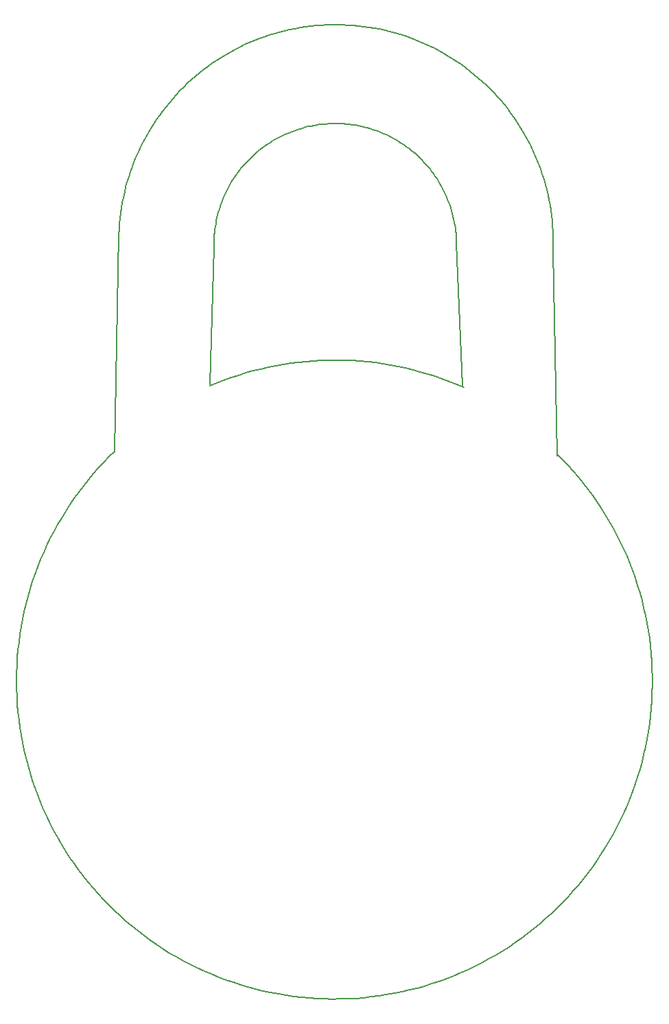
<source format=gbp>
G75*
%MOIN*%
%OFA0B0*%
%FSLAX25Y25*%
%IPPOS*%
%LPD*%
%AMOC8*
5,1,8,0,0,1.08239X$1,22.5*
%
%ADD10C,0.00600*%
D10*
X0048968Y0275146D02*
X0046271Y0272502D01*
X0043641Y0269793D01*
X0041077Y0267020D01*
X0038582Y0264186D01*
X0036156Y0261292D01*
X0033803Y0258339D01*
X0031522Y0255329D01*
X0029315Y0252265D01*
X0027184Y0249147D01*
X0025130Y0245979D01*
X0023154Y0242761D01*
X0021257Y0239495D01*
X0019441Y0236185D01*
X0017706Y0232831D01*
X0016054Y0229435D01*
X0014485Y0226000D01*
X0013001Y0222528D01*
X0011602Y0219021D01*
X0010289Y0215480D01*
X0009063Y0211908D01*
X0007925Y0208308D01*
X0006875Y0204681D01*
X0005914Y0201029D01*
X0005043Y0197354D01*
X0004261Y0193660D01*
X0003571Y0189947D01*
X0002971Y0186219D01*
X0002463Y0182477D01*
X0002046Y0178724D01*
X0001721Y0174962D01*
X0001489Y0171193D01*
X0001348Y0167419D01*
X0001300Y0163644D01*
X0001344Y0159868D01*
X0001481Y0156094D01*
X0001709Y0152325D01*
X0002030Y0148562D01*
X0002443Y0144809D01*
X0002947Y0141066D01*
X0003543Y0137337D01*
X0004229Y0133624D01*
X0005007Y0129929D01*
X0005874Y0126254D01*
X0006831Y0122601D01*
X0007877Y0118972D01*
X0009011Y0115370D01*
X0010233Y0111797D01*
X0011542Y0108255D01*
X0012938Y0104747D01*
X0014418Y0101273D01*
X0015984Y0097836D01*
X0017632Y0094439D01*
X0019364Y0091083D01*
X0021176Y0087770D01*
X0023070Y0084503D01*
X0025042Y0081283D01*
X0027093Y0078112D01*
X0029221Y0074993D01*
X0031424Y0071926D01*
X0033701Y0068914D01*
X0036052Y0065958D01*
X0038474Y0063061D01*
X0040966Y0060224D01*
X0043527Y0057449D01*
X0046155Y0054737D01*
X0048848Y0052091D01*
X0051606Y0049511D01*
X0054425Y0046999D01*
X0057306Y0044557D01*
X0060245Y0042186D01*
X0063241Y0039887D01*
X0066292Y0037663D01*
X0069397Y0035513D01*
X0072553Y0033441D01*
X0075760Y0031446D01*
X0079014Y0029530D01*
X0082314Y0027694D01*
X0085657Y0025940D01*
X0089043Y0024267D01*
X0092469Y0022678D01*
X0095932Y0021174D01*
X0099431Y0019754D01*
X0102964Y0018420D01*
X0106529Y0017173D01*
X0110122Y0016014D01*
X0113743Y0014943D01*
X0117390Y0013961D01*
X0121059Y0013068D01*
X0124749Y0012265D01*
X0128457Y0011552D01*
X0132182Y0010931D01*
X0135920Y0010401D01*
X0139671Y0009962D01*
X0143431Y0009615D01*
X0147199Y0009360D01*
X0150972Y0009198D01*
X0154747Y0009127D01*
X0158523Y0009149D01*
X0162298Y0009263D01*
X0166068Y0009470D01*
X0169832Y0009769D01*
X0173588Y0010159D01*
X0177334Y0010642D01*
X0181066Y0011215D01*
X0184783Y0011880D01*
X0188483Y0012636D01*
X0192163Y0013481D01*
X0195822Y0014417D01*
X0199456Y0015441D01*
X0203065Y0016555D01*
X0206645Y0017756D01*
X0210194Y0019044D01*
X0213711Y0020419D01*
X0217194Y0021879D01*
X0220640Y0023424D01*
X0224046Y0025052D01*
X0227412Y0026764D01*
X0230736Y0028557D01*
X0234014Y0030431D01*
X0237246Y0032385D01*
X0240428Y0034417D01*
X0243561Y0036526D01*
X0246640Y0038712D01*
X0249666Y0040971D01*
X0252635Y0043305D01*
X0255546Y0045710D01*
X0258398Y0048185D01*
X0261188Y0050730D01*
X0263915Y0053342D01*
X0266577Y0056019D01*
X0269174Y0058761D01*
X0271702Y0061566D01*
X0274161Y0064432D01*
X0276549Y0067357D01*
X0278865Y0070340D01*
X0281108Y0073378D01*
X0283275Y0076470D01*
X0285366Y0079614D01*
X0287380Y0082809D01*
X0289315Y0086052D01*
X0291170Y0089341D01*
X0292944Y0092674D01*
X0294636Y0096050D01*
X0296245Y0099466D01*
X0297771Y0102921D01*
X0299211Y0106411D01*
X0300565Y0109936D01*
X0301833Y0113493D01*
X0303013Y0117080D01*
X0304106Y0120695D01*
X0305109Y0124335D01*
X0306024Y0127999D01*
X0306848Y0131684D01*
X0307583Y0135388D01*
X0308226Y0139109D01*
X0308778Y0142845D01*
X0309239Y0146593D01*
X0309608Y0150351D01*
X0309885Y0154117D01*
X0310070Y0157889D01*
X0310162Y0161664D01*
X0310163Y0165440D01*
X0310070Y0169215D01*
X0309886Y0172987D01*
X0309610Y0176753D01*
X0309241Y0180511D01*
X0308781Y0184259D01*
X0308229Y0187995D01*
X0307586Y0191716D01*
X0306852Y0195420D01*
X0306028Y0199105D01*
X0305114Y0202769D01*
X0304111Y0206409D01*
X0303019Y0210024D01*
X0301839Y0213611D01*
X0300572Y0217168D01*
X0299218Y0220693D01*
X0297778Y0224184D01*
X0296253Y0227639D01*
X0294644Y0231056D01*
X0292953Y0234432D01*
X0291179Y0237765D01*
X0289324Y0241055D01*
X0287390Y0244297D01*
X0285376Y0247492D01*
X0283285Y0250637D01*
X0281118Y0253729D01*
X0278876Y0256768D01*
X0276561Y0259751D01*
X0274173Y0262676D01*
X0271714Y0265542D01*
X0269186Y0268347D01*
X0266590Y0271089D01*
X0263928Y0273768D01*
X0263928Y0273079D02*
X0261862Y0372291D01*
X0215011Y0376425D02*
X0217767Y0306839D01*
X0215012Y0376425D02*
X0214969Y0377860D01*
X0214892Y0379292D01*
X0214779Y0380723D01*
X0214632Y0382150D01*
X0214450Y0383573D01*
X0214234Y0384992D01*
X0213983Y0386404D01*
X0213697Y0387810D01*
X0213378Y0389209D01*
X0213024Y0390600D01*
X0212637Y0391981D01*
X0212217Y0393353D01*
X0211763Y0394714D01*
X0211276Y0396064D01*
X0210756Y0397401D01*
X0210204Y0398725D01*
X0209619Y0400036D01*
X0209003Y0401332D01*
X0208356Y0402612D01*
X0207678Y0403876D01*
X0206969Y0405124D01*
X0206230Y0406354D01*
X0205461Y0407565D01*
X0204663Y0408757D01*
X0203836Y0409930D01*
X0202981Y0411082D01*
X0202098Y0412213D01*
X0201188Y0413322D01*
X0200251Y0414409D01*
X0199287Y0415472D01*
X0198299Y0416512D01*
X0197285Y0417527D01*
X0196246Y0418517D01*
X0195184Y0419482D01*
X0194099Y0420421D01*
X0192991Y0421333D01*
X0191862Y0422217D01*
X0190711Y0423074D01*
X0189540Y0423903D01*
X0188348Y0424702D01*
X0187138Y0425473D01*
X0185909Y0426214D01*
X0184663Y0426925D01*
X0183400Y0427605D01*
X0182120Y0428254D01*
X0180825Y0428872D01*
X0179516Y0429458D01*
X0178192Y0430012D01*
X0176855Y0430534D01*
X0175507Y0431023D01*
X0174146Y0431479D01*
X0172775Y0431901D01*
X0171394Y0432290D01*
X0170004Y0432646D01*
X0168606Y0432967D01*
X0167200Y0433255D01*
X0165788Y0433508D01*
X0164370Y0433726D01*
X0162947Y0433910D01*
X0161520Y0434060D01*
X0160089Y0434174D01*
X0158657Y0434254D01*
X0157223Y0434298D01*
X0155788Y0434308D01*
X0154353Y0434283D01*
X0152920Y0434223D01*
X0151488Y0434128D01*
X0150059Y0433998D01*
X0148634Y0433834D01*
X0147213Y0433634D01*
X0145797Y0433401D01*
X0144388Y0433132D01*
X0142985Y0432830D01*
X0141591Y0432493D01*
X0140204Y0432123D01*
X0138828Y0431719D01*
X0137461Y0431282D01*
X0136106Y0430811D01*
X0134762Y0430308D01*
X0133431Y0429772D01*
X0132114Y0429203D01*
X0130810Y0428603D01*
X0129522Y0427972D01*
X0128250Y0427309D01*
X0126994Y0426615D01*
X0125755Y0425891D01*
X0124534Y0425137D01*
X0123332Y0424354D01*
X0122150Y0423541D01*
X0120987Y0422700D01*
X0119846Y0421831D01*
X0118726Y0420934D01*
X0117628Y0420010D01*
X0116553Y0419060D01*
X0115501Y0418084D01*
X0114474Y0417083D01*
X0113471Y0416057D01*
X0112493Y0415006D01*
X0111541Y0413933D01*
X0110616Y0412836D01*
X0109718Y0411717D01*
X0108847Y0410577D01*
X0108004Y0409416D01*
X0107190Y0408234D01*
X0106405Y0407034D01*
X0105649Y0405814D01*
X0104923Y0404576D01*
X0104228Y0403321D01*
X0103563Y0402050D01*
X0102929Y0400762D01*
X0102327Y0399460D01*
X0101757Y0398143D01*
X0101219Y0396813D01*
X0100714Y0395470D01*
X0100241Y0394116D01*
X0099802Y0392750D01*
X0099396Y0391374D01*
X0099024Y0389988D01*
X0098685Y0388594D01*
X0098381Y0387192D01*
X0098110Y0385782D01*
X0097875Y0384367D01*
X0097673Y0382947D01*
X0097507Y0381522D01*
X0097375Y0380093D01*
X0097278Y0378661D01*
X0097216Y0377228D01*
X0097188Y0375793D01*
X0097196Y0374359D01*
X0097196Y0374358D02*
X0095129Y0307528D01*
X0048968Y0275146D02*
X0051035Y0380559D01*
X0051034Y0380559D02*
X0051158Y0383137D01*
X0051345Y0385710D01*
X0051595Y0388279D01*
X0051907Y0390840D01*
X0052282Y0393393D01*
X0052719Y0395936D01*
X0053218Y0398468D01*
X0053779Y0400987D01*
X0054402Y0403491D01*
X0055085Y0405979D01*
X0055830Y0408450D01*
X0056634Y0410902D01*
X0057498Y0413333D01*
X0058422Y0415743D01*
X0059404Y0418129D01*
X0060444Y0420491D01*
X0061541Y0422826D01*
X0062695Y0425134D01*
X0063906Y0427413D01*
X0065171Y0429662D01*
X0066492Y0431879D01*
X0067866Y0434063D01*
X0069293Y0436213D01*
X0070772Y0438328D01*
X0072303Y0440405D01*
X0073884Y0442445D01*
X0075514Y0444445D01*
X0077193Y0446405D01*
X0078919Y0448323D01*
X0080692Y0450198D01*
X0082510Y0452029D01*
X0084372Y0453816D01*
X0086277Y0455556D01*
X0088224Y0457249D01*
X0090212Y0458894D01*
X0092240Y0460490D01*
X0094306Y0462036D01*
X0096410Y0463531D01*
X0098549Y0464974D01*
X0100723Y0466364D01*
X0102930Y0467701D01*
X0105169Y0468983D01*
X0107439Y0470211D01*
X0109739Y0471382D01*
X0112066Y0472497D01*
X0114420Y0473554D01*
X0116799Y0474554D01*
X0119202Y0475495D01*
X0121627Y0476377D01*
X0124072Y0477199D01*
X0126538Y0477962D01*
X0129021Y0478664D01*
X0131520Y0479305D01*
X0134035Y0479884D01*
X0136563Y0480402D01*
X0139103Y0480859D01*
X0141653Y0481252D01*
X0144212Y0481584D01*
X0146779Y0481852D01*
X0149351Y0482058D01*
X0151927Y0482201D01*
X0154507Y0482281D01*
X0157087Y0482297D01*
X0159667Y0482251D01*
X0162245Y0482141D01*
X0164820Y0481969D01*
X0167390Y0481733D01*
X0169953Y0481435D01*
X0172508Y0481074D01*
X0175053Y0480651D01*
X0177588Y0480166D01*
X0180110Y0479619D01*
X0182617Y0479010D01*
X0185109Y0478340D01*
X0187584Y0477610D01*
X0190040Y0476819D01*
X0192477Y0475968D01*
X0194891Y0475058D01*
X0197283Y0474089D01*
X0199650Y0473062D01*
X0201992Y0471978D01*
X0204306Y0470836D01*
X0206592Y0469638D01*
X0208847Y0468385D01*
X0211072Y0467077D01*
X0213263Y0465715D01*
X0215421Y0464300D01*
X0217544Y0462832D01*
X0219630Y0461313D01*
X0221678Y0459743D01*
X0223687Y0458124D01*
X0225656Y0456456D01*
X0227584Y0454740D01*
X0229469Y0452978D01*
X0231310Y0451170D01*
X0233107Y0449318D01*
X0234857Y0447423D01*
X0236561Y0445485D01*
X0238217Y0443506D01*
X0239825Y0441487D01*
X0241382Y0439429D01*
X0242888Y0437334D01*
X0244343Y0435203D01*
X0245745Y0433037D01*
X0247094Y0430837D01*
X0248389Y0428605D01*
X0249629Y0426341D01*
X0250813Y0424049D01*
X0251940Y0421727D01*
X0253011Y0419380D01*
X0254023Y0417006D01*
X0254978Y0414609D01*
X0255873Y0412188D01*
X0256709Y0409747D01*
X0257485Y0407286D01*
X0258201Y0404807D01*
X0258856Y0402311D01*
X0259449Y0399800D01*
X0259981Y0397275D01*
X0260451Y0394737D01*
X0260859Y0392189D01*
X0261204Y0389632D01*
X0261487Y0387067D01*
X0261707Y0384496D01*
X0261864Y0381920D01*
X0261958Y0379342D01*
X0261989Y0376761D01*
X0261957Y0374181D01*
X0261861Y0371602D01*
X0218456Y0306150D02*
X0215028Y0307628D01*
X0211566Y0309022D01*
X0208070Y0310332D01*
X0204544Y0311556D01*
X0200989Y0312694D01*
X0197407Y0313745D01*
X0193801Y0314709D01*
X0190172Y0315584D01*
X0186523Y0316371D01*
X0182856Y0317069D01*
X0179173Y0317678D01*
X0175477Y0318196D01*
X0171769Y0318625D01*
X0168051Y0318964D01*
X0164327Y0319211D01*
X0160597Y0319368D01*
X0156865Y0319435D01*
X0153132Y0319410D01*
X0149401Y0319295D01*
X0145674Y0319089D01*
X0141953Y0318792D01*
X0138240Y0318405D01*
X0134538Y0317927D01*
X0130849Y0317360D01*
X0127174Y0316703D01*
X0123517Y0315956D01*
X0119879Y0315121D01*
X0116262Y0314198D01*
X0112669Y0313187D01*
X0109101Y0312089D01*
X0105561Y0310904D01*
X0102051Y0309634D01*
X0098573Y0308279D01*
X0095129Y0306839D01*
M02*

</source>
